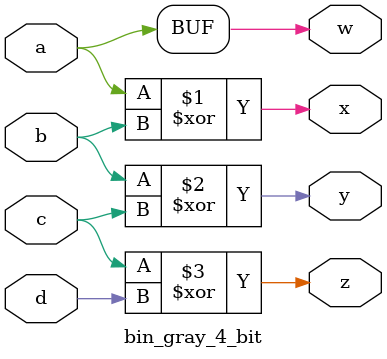
<source format=v>
`timescale 1ns / 1ps


module bin_gray_4_bit(
   input a,b,c,d,    //8421-abcd
   output w,x,y,z   //8421-wxyz
);
 assign w = a;
 assign x = a^b;
 assign y = b^c;
 assign z = c^d;
endmodule

</source>
